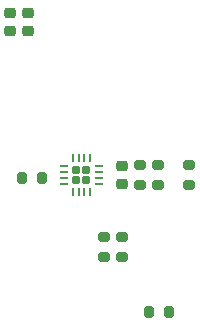
<source format=gbr>
%TF.GenerationSoftware,KiCad,Pcbnew,8.0.4-8.0.4-0~ubuntu22.04.1*%
%TF.CreationDate,2024-08-24T22:10:26-07:00*%
%TF.ProjectId,mag-encoder,6d61672d-656e-4636-9f64-65722e6b6963,0*%
%TF.SameCoordinates,Original*%
%TF.FileFunction,Paste,Bot*%
%TF.FilePolarity,Positive*%
%FSLAX46Y46*%
G04 Gerber Fmt 4.6, Leading zero omitted, Abs format (unit mm)*
G04 Created by KiCad (PCBNEW 8.0.4-8.0.4-0~ubuntu22.04.1) date 2024-08-24 22:10:26*
%MOMM*%
%LPD*%
G01*
G04 APERTURE LIST*
G04 Aperture macros list*
%AMRoundRect*
0 Rectangle with rounded corners*
0 $1 Rounding radius*
0 $2 $3 $4 $5 $6 $7 $8 $9 X,Y pos of 4 corners*
0 Add a 4 corners polygon primitive as box body*
4,1,4,$2,$3,$4,$5,$6,$7,$8,$9,$2,$3,0*
0 Add four circle primitives for the rounded corners*
1,1,$1+$1,$2,$3*
1,1,$1+$1,$4,$5*
1,1,$1+$1,$6,$7*
1,1,$1+$1,$8,$9*
0 Add four rect primitives between the rounded corners*
20,1,$1+$1,$2,$3,$4,$5,0*
20,1,$1+$1,$4,$5,$6,$7,0*
20,1,$1+$1,$6,$7,$8,$9,0*
20,1,$1+$1,$8,$9,$2,$3,0*%
G04 Aperture macros list end*
%ADD10RoundRect,0.200000X0.200000X0.275000X-0.200000X0.275000X-0.200000X-0.275000X0.200000X-0.275000X0*%
%ADD11RoundRect,0.225000X0.250000X-0.225000X0.250000X0.225000X-0.250000X0.225000X-0.250000X-0.225000X0*%
%ADD12RoundRect,0.225000X-0.250000X0.225000X-0.250000X-0.225000X0.250000X-0.225000X0.250000X0.225000X0*%
%ADD13RoundRect,0.200000X-0.275000X0.200000X-0.275000X-0.200000X0.275000X-0.200000X0.275000X0.200000X0*%
%ADD14RoundRect,0.172500X-0.172500X-0.172500X0.172500X-0.172500X0.172500X0.172500X-0.172500X0.172500X0*%
%ADD15RoundRect,0.062500X-0.287500X-0.062500X0.287500X-0.062500X0.287500X0.062500X-0.287500X0.062500X0*%
%ADD16RoundRect,0.062500X-0.062500X-0.287500X0.062500X-0.287500X0.062500X0.287500X-0.062500X0.287500X0*%
G04 APERTURE END LIST*
D10*
%TO.C,R4*%
X227189800Y-123825000D03*
X225539800Y-123825000D03*
%TD*%
D11*
%TO.C,C3*%
X233984800Y-124346000D03*
X233984800Y-122796000D03*
%TD*%
D12*
%TO.C,C2*%
X224536000Y-109842000D03*
X224536000Y-111392000D03*
%TD*%
D13*
%TO.C,R6*%
X232460800Y-128842000D03*
X232460800Y-130492000D03*
%TD*%
%TO.C,R1*%
X239699800Y-122746000D03*
X239699800Y-124396000D03*
%TD*%
%TO.C,R2*%
X237032800Y-122746000D03*
X237032800Y-124396000D03*
%TD*%
%TO.C,R3*%
X235508800Y-122746000D03*
X235508800Y-124396000D03*
%TD*%
D12*
%TO.C,C1*%
X226060000Y-109842000D03*
X226060000Y-111392000D03*
%TD*%
D14*
%TO.C,U3*%
X230130800Y-123146000D03*
X230130800Y-123996000D03*
X230980800Y-123146000D03*
X230980800Y-123996000D03*
D15*
X229105800Y-124309000D03*
X229105800Y-123809000D03*
X229105800Y-123309000D03*
X229105800Y-122809000D03*
D16*
X229805800Y-122121000D03*
X230305800Y-122121000D03*
X230805800Y-122121000D03*
X231305800Y-122121000D03*
D15*
X232005800Y-122821000D03*
X232005800Y-123321000D03*
X232005800Y-123821000D03*
X232005800Y-124321000D03*
D16*
X231305800Y-125021000D03*
X230805800Y-125021000D03*
X230305800Y-125021000D03*
X229805800Y-125021000D03*
%TD*%
D13*
%TO.C,R5*%
X233984800Y-128842000D03*
X233984800Y-130492000D03*
%TD*%
D10*
%TO.C,R7*%
X237934000Y-135128000D03*
X236284000Y-135128000D03*
%TD*%
M02*

</source>
